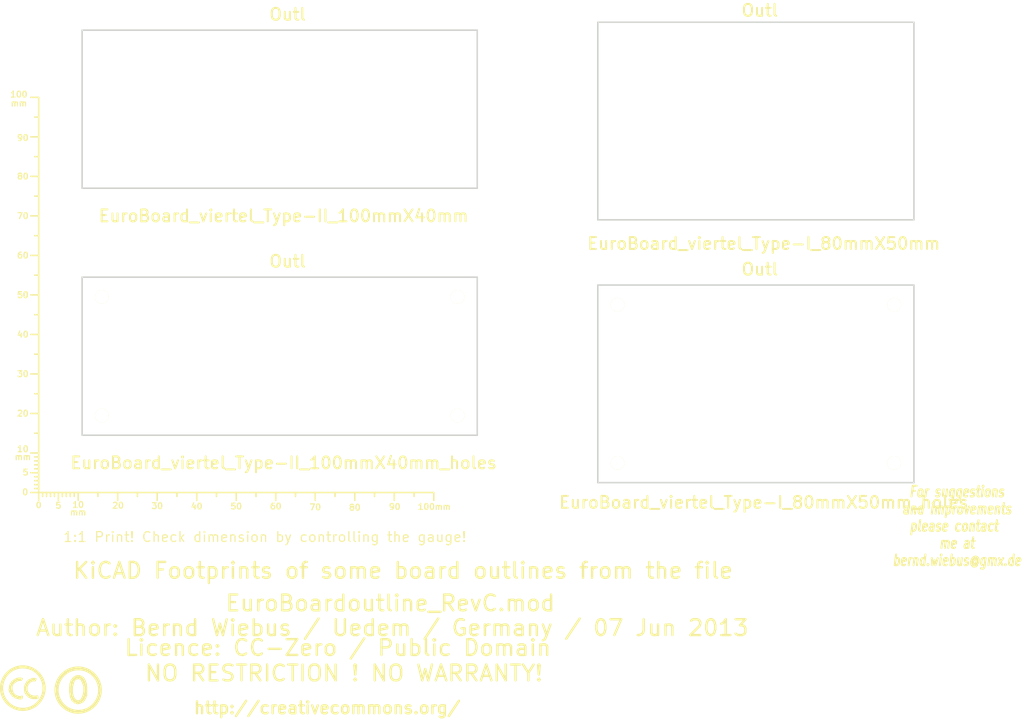
<source format=kicad_pcb>
(kicad_pcb (version 3) (host pcbnew "(2013-03-30 BZR 4007)-stable")

  (general
    (links 0)
    (no_connects 0)
    (area -16.90696 13.9963 275.720423 197.1694)
    (thickness 1.6002)
    (drawings 7)
    (tracks 0)
    (zones 0)
    (modules 7)
    (nets 1)
  )

  (page A4)
  (layers
    (15 Vorderseite signal)
    (0 Rückseite signal)
    (16 B.Adhes user)
    (17 F.Adhes user)
    (18 B.Paste user)
    (19 F.Paste user)
    (20 B.SilkS user)
    (21 F.SilkS user)
    (22 B.Mask user)
    (23 F.Mask user)
    (24 Dwgs.User user)
    (25 Cmts.User user)
    (26 Eco1.User user)
    (27 Eco2.User user)
    (28 Edge.Cuts user)
  )

  (setup
    (last_trace_width 0.2032)
    (trace_clearance 0.254)
    (zone_clearance 0.508)
    (zone_45_only no)
    (trace_min 0.2032)
    (segment_width 0.381)
    (edge_width 0.381)
    (via_size 0.889)
    (via_drill 0.635)
    (via_min_size 0.889)
    (via_min_drill 0.508)
    (uvia_size 0.508)
    (uvia_drill 0.127)
    (uvias_allowed no)
    (uvia_min_size 0.508)
    (uvia_min_drill 0.127)
    (pcb_text_width 0.3048)
    (pcb_text_size 1.524 2.032)
    (mod_edge_width 0.381)
    (mod_text_size 1.524 1.524)
    (mod_text_width 0.3048)
    (pad_size 1.524 1.524)
    (pad_drill 0.8128)
    (pad_to_mask_clearance 0.254)
    (aux_axis_origin 0 0)
    (visible_elements 7FFFFFFF)
    (pcbplotparams
      (layerselection 3178497)
      (usegerberextensions true)
      (excludeedgelayer true)
      (linewidth 60)
      (plotframeref false)
      (viasonmask false)
      (mode 1)
      (useauxorigin false)
      (hpglpennumber 1)
      (hpglpenspeed 20)
      (hpglpendiameter 15)
      (hpglpenoverlay 0)
      (psnegative false)
      (psa4output false)
      (plotreference true)
      (plotvalue true)
      (plotothertext true)
      (plotinvisibletext false)
      (padsonsilk false)
      (subtractmaskfromsilk false)
      (outputformat 1)
      (mirror false)
      (drillshape 1)
      (scaleselection 1)
      (outputdirectory ""))
  )

  (net 0 "")

  (net_class Default "Dies ist die voreingestellte Netzklasse."
    (clearance 0.254)
    (trace_width 0.2032)
    (via_dia 0.889)
    (via_drill 0.635)
    (uvia_dia 0.508)
    (uvia_drill 0.127)
    (add_net "")
  )

  (module Gauge_100mm_Type2_SilkScreenTop_RevA_Date22Jun2010 (layer Vorderseite) (tedit 4D963937) (tstamp 4D88F07A)
    (at 25 138)
    (descr "Gauge, Massstab, 100mm, SilkScreenTop, Type 2,")
    (tags "Gauge, Massstab, 100mm, SilkScreenTop, Type 2,")
    (path Gauge_100mm_Type2_SilkScreenTop_RevA_Date22Jun2010)
    (fp_text reference MSC (at 4.0005 8.99922) (layer F.SilkS) hide
      (effects (font (size 1.524 1.524) (thickness 0.3048)))
    )
    (fp_text value Gauge_100mm_Type2_SilkScreenTop_RevA_Date22Jun2010 (at 45.9994 8.99922) (layer F.SilkS) hide
      (effects (font (size 1.524 1.524) (thickness 0.3048)))
    )
    (fp_text user mm (at 9.99998 5.00126) (layer F.SilkS)
      (effects (font (size 1.524 1.524) (thickness 0.3048)))
    )
    (fp_text user mm (at -4.0005 -8.99922) (layer F.SilkS)
      (effects (font (size 1.524 1.524) (thickness 0.3048)))
    )
    (fp_text user mm (at -5.00126 -98.5012) (layer F.SilkS)
      (effects (font (size 1.524 1.524) (thickness 0.3048)))
    )
    (fp_text user 10 (at 10.00506 3.0988) (layer F.SilkS)
      (effects (font (size 1.50114 1.50114) (thickness 0.29972)))
    )
    (fp_text user 0 (at 0.00508 3.19786) (layer F.SilkS)
      (effects (font (size 1.39954 1.50114) (thickness 0.29972)))
    )
    (fp_text user 5 (at 5.0038 3.29946) (layer F.SilkS)
      (effects (font (size 1.50114 1.50114) (thickness 0.29972)))
    )
    (fp_text user 20 (at 20.1041 3.29946) (layer F.SilkS)
      (effects (font (size 1.50114 1.50114) (thickness 0.29972)))
    )
    (fp_text user 30 (at 30.00502 3.39852) (layer F.SilkS)
      (effects (font (size 1.50114 1.50114) (thickness 0.29972)))
    )
    (fp_text user 40 (at 40.005 3.50012) (layer F.SilkS)
      (effects (font (size 1.50114 1.50114) (thickness 0.29972)))
    )
    (fp_text user 50 (at 50.00498 3.50012) (layer F.SilkS)
      (effects (font (size 1.50114 1.50114) (thickness 0.29972)))
    )
    (fp_text user 60 (at 60.00496 3.50012) (layer F.SilkS)
      (effects (font (size 1.50114 1.50114) (thickness 0.29972)))
    )
    (fp_text user 70 (at 70.00494 3.70078) (layer F.SilkS)
      (effects (font (size 1.50114 1.50114) (thickness 0.29972)))
    )
    (fp_text user 80 (at 80.00492 3.79984) (layer F.SilkS)
      (effects (font (size 1.50114 1.50114) (thickness 0.29972)))
    )
    (fp_text user 90 (at 90.1065 3.60172) (layer F.SilkS)
      (effects (font (size 1.50114 1.50114) (thickness 0.29972)))
    )
    (fp_text user 100mm (at 100.10648 3.60172) (layer F.SilkS)
      (effects (font (size 1.50114 1.50114) (thickness 0.29972)))
    )
    (fp_line (start 0 -8.99922) (end -1.00076 -8.99922) (layer F.SilkS) (width 0.381))
    (fp_line (start 0 -8.001) (end -1.00076 -8.001) (layer F.SilkS) (width 0.381))
    (fp_line (start 0 -7.00024) (end -1.00076 -7.00024) (layer F.SilkS) (width 0.381))
    (fp_line (start 0 -5.99948) (end -1.00076 -5.99948) (layer F.SilkS) (width 0.381))
    (fp_line (start 0 -4.0005) (end -1.00076 -4.0005) (layer F.SilkS) (width 0.381))
    (fp_line (start 0 -2.99974) (end -1.00076 -2.99974) (layer F.SilkS) (width 0.381))
    (fp_line (start 0 -1.99898) (end -1.00076 -1.99898) (layer F.SilkS) (width 0.381))
    (fp_line (start 0 -1.00076) (end -1.00076 -1.00076) (layer F.SilkS) (width 0.381))
    (fp_line (start 0 0) (end -1.99898 0) (layer F.SilkS) (width 0.381))
    (fp_line (start 0 -5.00126) (end -1.99898 -5.00126) (layer F.SilkS) (width 0.381))
    (fp_line (start 0 -9.99998) (end -1.99898 -9.99998) (layer F.SilkS) (width 0.381))
    (fp_line (start 0 -15.00124) (end -1.00076 -15.00124) (layer F.SilkS) (width 0.381))
    (fp_line (start 0 -19.99996) (end -1.99898 -19.99996) (layer F.SilkS) (width 0.381))
    (fp_line (start 0 -25.00122) (end -1.00076 -25.00122) (layer F.SilkS) (width 0.381))
    (fp_line (start 0 -29.99994) (end -1.99898 -29.99994) (layer F.SilkS) (width 0.381))
    (fp_line (start 0 -35.0012) (end -1.00076 -35.0012) (layer F.SilkS) (width 0.381))
    (fp_line (start 0 -39.99992) (end -1.99898 -39.99992) (layer F.SilkS) (width 0.381))
    (fp_line (start 0 -45.00118) (end -1.00076 -45.00118) (layer F.SilkS) (width 0.381))
    (fp_line (start 0 -49.9999) (end -1.99898 -49.9999) (layer F.SilkS) (width 0.381))
    (fp_line (start 0 -55.00116) (end -1.00076 -55.00116) (layer F.SilkS) (width 0.381))
    (fp_line (start 0 -59.99988) (end -1.99898 -59.99988) (layer F.SilkS) (width 0.381))
    (fp_line (start 0 -65.00114) (end -1.00076 -65.00114) (layer F.SilkS) (width 0.381))
    (fp_line (start 0 -69.99986) (end -1.99898 -69.99986) (layer F.SilkS) (width 0.381))
    (fp_line (start 0 -75.00112) (end -1.00076 -75.00112) (layer F.SilkS) (width 0.381))
    (fp_line (start 0 -79.99984) (end -1.99898 -79.99984) (layer F.SilkS) (width 0.381))
    (fp_line (start 0 -85.0011) (end -1.00076 -85.0011) (layer F.SilkS) (width 0.381))
    (fp_line (start 0 -89.99982) (end -1.99898 -89.99982) (layer F.SilkS) (width 0.381))
    (fp_line (start 0 -95.00108) (end -1.00076 -95.00108) (layer F.SilkS) (width 0.381))
    (fp_line (start 0 0) (end 0 -99.9998) (layer F.SilkS) (width 0.381))
    (fp_line (start 0 -99.9998) (end -1.99898 -99.9998) (layer F.SilkS) (width 0.381))
    (fp_text user 100 (at -4.99872 -100.7491) (layer F.SilkS)
      (effects (font (size 1.50114 1.50114) (thickness 0.29972)))
    )
    (fp_text user 90 (at -4.0005 -89.7509) (layer F.SilkS)
      (effects (font (size 1.50114 1.50114) (thickness 0.29972)))
    )
    (fp_text user 80 (at -4.0005 -79.99984) (layer F.SilkS)
      (effects (font (size 1.50114 1.50114) (thickness 0.29972)))
    )
    (fp_text user 70 (at -4.0005 -69.99986) (layer F.SilkS)
      (effects (font (size 1.50114 1.50114) (thickness 0.29972)))
    )
    (fp_text user 60 (at -4.0005 -59.99988) (layer F.SilkS)
      (effects (font (size 1.50114 1.50114) (thickness 0.29972)))
    )
    (fp_text user 50 (at -4.0005 -49.9999) (layer F.SilkS)
      (effects (font (size 1.50114 1.50114) (thickness 0.34036)))
    )
    (fp_text user 40 (at -4.0005 -39.99992) (layer F.SilkS)
      (effects (font (size 1.50114 1.50114) (thickness 0.29972)))
    )
    (fp_text user 30 (at -4.0005 -29.99994) (layer F.SilkS)
      (effects (font (size 1.50114 1.50114) (thickness 0.29972)))
    )
    (fp_text user 20 (at -4.0005 -19.99996) (layer F.SilkS)
      (effects (font (size 1.50114 1.50114) (thickness 0.29972)))
    )
    (fp_line (start 95.00108 0) (end 95.00108 1.00076) (layer F.SilkS) (width 0.381))
    (fp_line (start 89.99982 0) (end 89.99982 1.99898) (layer F.SilkS) (width 0.381))
    (fp_line (start 85.0011 0) (end 85.0011 1.00076) (layer F.SilkS) (width 0.381))
    (fp_line (start 79.99984 0) (end 79.99984 1.99898) (layer F.SilkS) (width 0.381))
    (fp_line (start 75.00112 0) (end 75.00112 1.00076) (layer F.SilkS) (width 0.381))
    (fp_line (start 69.99986 0) (end 69.99986 1.99898) (layer F.SilkS) (width 0.381))
    (fp_line (start 65.00114 0) (end 65.00114 1.00076) (layer F.SilkS) (width 0.381))
    (fp_line (start 59.99988 0) (end 59.99988 1.99898) (layer F.SilkS) (width 0.381))
    (fp_line (start 55.00116 0) (end 55.00116 1.00076) (layer F.SilkS) (width 0.381))
    (fp_line (start 49.9999 0) (end 49.9999 1.99898) (layer F.SilkS) (width 0.381))
    (fp_line (start 45.00118 0) (end 45.00118 1.00076) (layer F.SilkS) (width 0.381))
    (fp_line (start 39.99992 0) (end 39.99992 1.99898) (layer F.SilkS) (width 0.381))
    (fp_line (start 35.0012 0) (end 35.0012 1.00076) (layer F.SilkS) (width 0.381))
    (fp_line (start 29.99994 0) (end 29.99994 1.99898) (layer F.SilkS) (width 0.381))
    (fp_line (start 25.00122 0) (end 25.00122 1.00076) (layer F.SilkS) (width 0.381))
    (fp_line (start 19.99996 0) (end 19.99996 1.99898) (layer F.SilkS) (width 0.381))
    (fp_line (start 15.00124 0) (end 15.00124 1.00076) (layer F.SilkS) (width 0.381))
    (fp_line (start 9.99998 0) (end 99.9998 0) (layer F.SilkS) (width 0.381))
    (fp_line (start 99.9998 0) (end 99.9998 1.99898) (layer F.SilkS) (width 0.381))
    (fp_text user 5 (at -3.302 -5.10286) (layer F.SilkS)
      (effects (font (size 1.50114 1.50114) (thickness 0.29972)))
    )
    (fp_text user 0 (at -3.4036 -0.10414) (layer F.SilkS)
      (effects (font (size 1.50114 1.50114) (thickness 0.29972)))
    )
    (fp_text user 10 (at -4.0005 -11.00074) (layer F.SilkS)
      (effects (font (size 1.50114 1.50114) (thickness 0.29972)))
    )
    (fp_line (start 8.99922 0) (end 8.99922 1.00076) (layer F.SilkS) (width 0.381))
    (fp_line (start 8.001 0) (end 8.001 1.00076) (layer F.SilkS) (width 0.381))
    (fp_line (start 7.00024 0) (end 7.00024 1.00076) (layer F.SilkS) (width 0.381))
    (fp_line (start 5.99948 0) (end 5.99948 1.00076) (layer F.SilkS) (width 0.381))
    (fp_line (start 4.0005 0) (end 4.0005 1.00076) (layer F.SilkS) (width 0.381))
    (fp_line (start 2.99974 0) (end 2.99974 1.00076) (layer F.SilkS) (width 0.381))
    (fp_line (start 1.99898 0) (end 1.99898 1.00076) (layer F.SilkS) (width 0.381))
    (fp_line (start 1.00076 0) (end 1.00076 1.00076) (layer F.SilkS) (width 0.381))
    (fp_line (start 5.00126 0) (end 5.00126 1.99898) (layer F.SilkS) (width 0.381))
    (fp_line (start 0 0) (end 0 1.99898) (layer F.SilkS) (width 0.381))
    (fp_line (start 0 0) (end 9.99998 0) (layer F.SilkS) (width 0.381))
    (fp_line (start 9.99998 0) (end 9.99998 1.99898) (layer F.SilkS) (width 0.381))
  )

  (module Symbol_CC-PublicDomain_SilkScreenTop_Big (layer Vorderseite) (tedit 515D641F) (tstamp 515F0B64)
    (at 35 188)
    (descr "Symbol, CC-PublicDomain, SilkScreen Top, Big,")
    (tags "Symbol, CC-PublicDomain, SilkScreen Top, Big,")
    (path Symbol_CC-Noncommercial_CopperTop_Big)
    (fp_text reference Sym (at 0.59944 -7.29996) (layer F.SilkS) hide
      (effects (font (size 1.524 1.524) (thickness 0.3048)))
    )
    (fp_text value Symbol_CC-PublicDomain_SilkScreenTop_Big (at 0.59944 8.001) (layer F.SilkS) hide
      (effects (font (size 1.524 1.524) (thickness 0.3048)))
    )
    (fp_circle (center 0 0) (end 5.8 -0.05) (layer F.SilkS) (width 0.381))
    (fp_circle (center 0 0) (end 5.5 0) (layer F.SilkS) (width 0.381))
    (fp_circle (center 0.05 0) (end 5.25 0) (layer F.SilkS) (width 0.381))
    (fp_line (start 1.1 -2.5) (end 1.4 -1.9) (layer F.SilkS) (width 0.381))
    (fp_line (start -1.8 1.2) (end -1.6 1.9) (layer F.SilkS) (width 0.381))
    (fp_line (start -1.6 1.9) (end -1.2 2.5) (layer F.SilkS) (width 0.381))
    (fp_line (start 0 -3) (end 0.75 -2.75) (layer F.SilkS) (width 0.381))
    (fp_line (start 0.75 -2.75) (end 1 -2.25) (layer F.SilkS) (width 0.381))
    (fp_line (start 1 -2.25) (end 1.5 -1) (layer F.SilkS) (width 0.381))
    (fp_line (start 1.5 -1) (end 1.5 -0.5) (layer F.SilkS) (width 0.381))
    (fp_line (start 1.5 -0.5) (end 1.5 0.5) (layer F.SilkS) (width 0.381))
    (fp_line (start 1.5 0.5) (end 1.25 1.5) (layer F.SilkS) (width 0.381))
    (fp_line (start 1.25 1.5) (end 0.75 2.5) (layer F.SilkS) (width 0.381))
    (fp_line (start 0.75 2.5) (end 0.25 2.75) (layer F.SilkS) (width 0.381))
    (fp_line (start 0.25 2.75) (end -0.25 2.75) (layer F.SilkS) (width 0.381))
    (fp_line (start -0.25 2.75) (end -0.75 2.5) (layer F.SilkS) (width 0.381))
    (fp_line (start -0.75 2.5) (end -1.25 1.75) (layer F.SilkS) (width 0.381))
    (fp_line (start -1.25 1.75) (end -1.5 0.75) (layer F.SilkS) (width 0.381))
    (fp_line (start -1.5 0.75) (end -1.5 -0.75) (layer F.SilkS) (width 0.381))
    (fp_line (start -1.5 -0.75) (end -1.25 -1.75) (layer F.SilkS) (width 0.381))
    (fp_line (start -1.25 -1.75) (end -1 -2.5) (layer F.SilkS) (width 0.381))
    (fp_line (start -1 -2.5) (end -0.3 -2.9) (layer F.SilkS) (width 0.381))
    (fp_line (start -0.3 -2.9) (end 0.2 -3) (layer F.SilkS) (width 0.381))
    (fp_line (start 0.2 -3) (end 0.8 -3) (layer F.SilkS) (width 0.381))
    (fp_line (start 0.8 -3) (end 1.4 -2.3) (layer F.SilkS) (width 0.381))
    (fp_line (start 1.4 -2.3) (end 1.6 -1.4) (layer F.SilkS) (width 0.381))
    (fp_line (start 1.6 -1.4) (end 1.7 -0.3) (layer F.SilkS) (width 0.381))
    (fp_line (start 1.7 -0.3) (end 1.7 0.9) (layer F.SilkS) (width 0.381))
    (fp_line (start 1.7 0.9) (end 1.4 1.8) (layer F.SilkS) (width 0.381))
    (fp_line (start 1.4 1.8) (end 1 2.7) (layer F.SilkS) (width 0.381))
    (fp_line (start 1 2.7) (end 0.5 3) (layer F.SilkS) (width 0.381))
    (fp_line (start 0.5 3) (end -0.4 3) (layer F.SilkS) (width 0.381))
    (fp_line (start -0.4 3) (end -1.3 2.3) (layer F.SilkS) (width 0.381))
    (fp_line (start -1.3 2.3) (end -1.7 1) (layer F.SilkS) (width 0.381))
    (fp_line (start -1.7 1) (end -1.8 -0.7) (layer F.SilkS) (width 0.381))
    (fp_line (start -1.8 -0.7) (end -1.4 -2.2) (layer F.SilkS) (width 0.381))
    (fp_line (start -1.4 -2.2) (end -1 -2.9) (layer F.SilkS) (width 0.381))
    (fp_line (start -1 -2.9) (end -0.2 -3.3) (layer F.SilkS) (width 0.381))
    (fp_line (start -0.2 -3.3) (end 0.7 -3.2) (layer F.SilkS) (width 0.381))
    (fp_line (start 0.7 -3.2) (end 1.3 -3.1) (layer F.SilkS) (width 0.381))
    (fp_line (start 1.3 -3.1) (end 1.7 -2.4) (layer F.SilkS) (width 0.381))
    (fp_line (start 1.7 -2.4) (end 2 -1.6) (layer F.SilkS) (width 0.381))
    (fp_line (start 2 -1.6) (end 2.1 -0.6) (layer F.SilkS) (width 0.381))
    (fp_line (start 2.1 -0.6) (end 2.1 0.3) (layer F.SilkS) (width 0.381))
    (fp_line (start 2.1 0.3) (end 2.1 1.3) (layer F.SilkS) (width 0.381))
    (fp_line (start 2.1 1.3) (end 1.9 1.8) (layer F.SilkS) (width 0.381))
    (fp_line (start 1.9 1.8) (end 1.5 2.6) (layer F.SilkS) (width 0.381))
    (fp_line (start 1.5 2.6) (end 1.1 3) (layer F.SilkS) (width 0.381))
    (fp_line (start 1.1 3) (end 0.4 3.3) (layer F.SilkS) (width 0.381))
    (fp_line (start 0.4 3.3) (end -0.1 3.4) (layer F.SilkS) (width 0.381))
    (fp_line (start -0.1 3.4) (end -0.8 3.2) (layer F.SilkS) (width 0.381))
    (fp_line (start -0.8 3.2) (end -1.5 2.6) (layer F.SilkS) (width 0.381))
    (fp_line (start -1.5 2.6) (end -1.9 1.7) (layer F.SilkS) (width 0.381))
    (fp_line (start -1.9 1.7) (end -2.1 0.4) (layer F.SilkS) (width 0.381))
    (fp_line (start -2.1 0.4) (end -2.1 -0.6) (layer F.SilkS) (width 0.381))
    (fp_line (start -2.1 -0.6) (end -2 -1.6) (layer F.SilkS) (width 0.381))
    (fp_line (start -2 -1.6) (end -1.7 -2.4) (layer F.SilkS) (width 0.381))
    (fp_line (start -1.7 -2.4) (end -1.2 -3.1) (layer F.SilkS) (width 0.381))
    (fp_line (start -1.2 -3.1) (end -0.4 -3.6) (layer F.SilkS) (width 0.381))
    (fp_line (start -0.4 -3.6) (end 0.4 -3.6) (layer F.SilkS) (width 0.381))
    (fp_line (start 0.4 -3.6) (end 1.1 -3.2) (layer F.SilkS) (width 0.381))
    (fp_line (start 1.1 -3.2) (end 1.1 -2.9) (layer F.SilkS) (width 0.381))
    (fp_line (start 1.1 -2.9) (end 1.8 -1.5) (layer F.SilkS) (width 0.381))
    (fp_line (start 1.8 -1.5) (end 1.8 -0.4) (layer F.SilkS) (width 0.381))
    (fp_line (start 1.8 -0.4) (end 1.8 1.1) (layer F.SilkS) (width 0.381))
    (fp_line (start 1.8 1.1) (end 1.2 2.6) (layer F.SilkS) (width 0.381))
    (fp_line (start 1.2 2.6) (end 0.2 3.2) (layer F.SilkS) (width 0.381))
    (fp_line (start 0.2 3.2) (end -0.5 3.2) (layer F.SilkS) (width 0.381))
    (fp_line (start -0.5 3.2) (end -1.1 2.7) (layer F.SilkS) (width 0.381))
    (fp_line (start -1.1 2.7) (end -1.9 0.6) (layer F.SilkS) (width 0.381))
    (fp_line (start -1.9 0.6) (end -1.7 -1.9) (layer F.SilkS) (width 0.381))
  )

  (module Symbol_CreativeCommons_SilkScreenTop_Type2_Big (layer Vorderseite) (tedit 515D640C) (tstamp 515F46B2)
    (at 21 187.5)
    (descr "Symbol, Creative Commons, SilkScreen Top, Type 2, Big,")
    (tags "Symbol, Creative Commons, SilkScreen Top, Type 2, Big,")
    (path Symbol_CreativeCommons_CopperTop_Type2_Big)
    (fp_text reference Sym (at 0.59944 -7.29996) (layer F.SilkS) hide
      (effects (font (size 1.524 1.524) (thickness 0.3048)))
    )
    (fp_text value Symbol_CreativeCommons_Typ2_SilkScreenTop_Big (at 0.59944 8.001) (layer F.SilkS) hide
      (effects (font (size 1.524 1.524) (thickness 0.3048)))
    )
    (fp_line (start -0.70104 2.70002) (end -0.29972 2.60096) (layer F.SilkS) (width 0.381))
    (fp_line (start -0.29972 2.60096) (end -0.20066 2.10058) (layer F.SilkS) (width 0.381))
    (fp_line (start -2.49936 -1.69926) (end -2.70002 -1.6002) (layer F.SilkS) (width 0.381))
    (fp_line (start -2.70002 -1.6002) (end -3.0988 -1.00076) (layer F.SilkS) (width 0.381))
    (fp_line (start -3.0988 -1.00076) (end -3.29946 -0.50038) (layer F.SilkS) (width 0.381))
    (fp_line (start -3.29946 -0.50038) (end -3.40106 0.39878) (layer F.SilkS) (width 0.381))
    (fp_line (start -3.40106 0.39878) (end -3.29946 0.89916) (layer F.SilkS) (width 0.381))
    (fp_line (start -0.19812 2.4003) (end -0.29718 2.59842) (layer F.SilkS) (width 0.381))
    (fp_line (start 3.70078 2.10058) (end 3.79984 2.4003) (layer F.SilkS) (width 0.381))
    (fp_line (start 2.99974 -2.4003) (end 3.29946 -2.30124) (layer F.SilkS) (width 0.381))
    (fp_line (start 3.29946 -2.30124) (end 3.0988 -1.99898) (layer F.SilkS) (width 0.381))
    (fp_line (start 0 -5.40004) (end -0.50038 -5.40004) (layer F.SilkS) (width 0.381))
    (fp_line (start -0.50038 -5.40004) (end -1.30048 -5.10032) (layer F.SilkS) (width 0.381))
    (fp_line (start -1.30048 -5.10032) (end -1.99898 -4.89966) (layer F.SilkS) (width 0.381))
    (fp_line (start -1.99898 -4.89966) (end -2.70002 -4.699) (layer F.SilkS) (width 0.381))
    (fp_line (start -2.70002 -4.699) (end -3.29946 -4.20116) (layer F.SilkS) (width 0.381))
    (fp_line (start -3.29946 -4.20116) (end -4.0005 -3.59918) (layer F.SilkS) (width 0.381))
    (fp_line (start -4.0005 -3.59918) (end -4.50088 -2.99974) (layer F.SilkS) (width 0.381))
    (fp_line (start -4.50088 -2.99974) (end -5.00126 -2.10058) (layer F.SilkS) (width 0.381))
    (fp_line (start -5.00126 -2.10058) (end -5.30098 -1.09982) (layer F.SilkS) (width 0.381))
    (fp_line (start -5.30098 -1.09982) (end -5.40004 0.09906) (layer F.SilkS) (width 0.381))
    (fp_line (start -5.40004 0.09906) (end -5.19938 1.30048) (layer F.SilkS) (width 0.381))
    (fp_line (start -5.19938 1.30048) (end -4.8006 2.4003) (layer F.SilkS) (width 0.381))
    (fp_line (start -4.8006 2.4003) (end -3.79984 3.8989) (layer F.SilkS) (width 0.381))
    (fp_line (start -3.79984 3.8989) (end -2.60096 4.8006) (layer F.SilkS) (width 0.381))
    (fp_line (start -2.60096 4.8006) (end -1.30048 5.30098) (layer F.SilkS) (width 0.381))
    (fp_line (start -1.30048 5.30098) (end 0.09906 5.30098) (layer F.SilkS) (width 0.381))
    (fp_line (start 0.09906 5.30098) (end 1.6002 5.19938) (layer F.SilkS) (width 0.381))
    (fp_line (start 1.6002 5.19938) (end 2.60096 4.699) (layer F.SilkS) (width 0.381))
    (fp_line (start 2.60096 4.699) (end 4.20116 3.40106) (layer F.SilkS) (width 0.381))
    (fp_line (start 4.20116 3.40106) (end 5.00126 1.80086) (layer F.SilkS) (width 0.381))
    (fp_line (start 5.00126 1.80086) (end 5.40004 0.29972) (layer F.SilkS) (width 0.381))
    (fp_line (start 5.40004 0.29972) (end 5.19938 -1.39954) (layer F.SilkS) (width 0.381))
    (fp_line (start 5.19938 -1.39954) (end 4.699 -2.49936) (layer F.SilkS) (width 0.381))
    (fp_line (start 4.699 -2.49936) (end 3.40106 -4.09956) (layer F.SilkS) (width 0.381))
    (fp_line (start 3.40106 -4.09956) (end 2.4003 -4.8006) (layer F.SilkS) (width 0.381))
    (fp_line (start 2.4003 -4.8006) (end 1.39954 -5.19938) (layer F.SilkS) (width 0.381))
    (fp_line (start 1.39954 -5.19938) (end 0 -5.30098) (layer F.SilkS) (width 0.381))
    (fp_line (start 0.60198 -0.70104) (end 0.50292 -0.20066) (layer F.SilkS) (width 0.381))
    (fp_line (start 0.50292 -0.20066) (end 0.50292 0.49784) (layer F.SilkS) (width 0.381))
    (fp_line (start 0.50292 0.49784) (end 0.60198 1.09982) (layer F.SilkS) (width 0.381))
    (fp_line (start 0.60198 1.09982) (end 1.00076 1.69926) (layer F.SilkS) (width 0.381))
    (fp_line (start 1.00076 1.69926) (end 1.50114 2.19964) (layer F.SilkS) (width 0.381))
    (fp_line (start 1.50114 2.19964) (end 2.10058 2.49936) (layer F.SilkS) (width 0.381))
    (fp_line (start 2.10058 2.49936) (end 2.60096 2.59842) (layer F.SilkS) (width 0.381))
    (fp_line (start 2.60096 2.59842) (end 3.00228 2.59842) (layer F.SilkS) (width 0.381))
    (fp_line (start 3.00228 2.59842) (end 3.40106 2.59842) (layer F.SilkS) (width 0.381))
    (fp_line (start 3.40106 2.59842) (end 3.80238 2.49936) (layer F.SilkS) (width 0.381))
    (fp_line (start 3.80238 2.49936) (end 3.70078 2.2987) (layer F.SilkS) (width 0.381))
    (fp_line (start 3.70078 2.2987) (end 2.80162 2.4003) (layer F.SilkS) (width 0.381))
    (fp_line (start 2.80162 2.4003) (end 1.80086 2.09804) (layer F.SilkS) (width 0.381))
    (fp_line (start 1.80086 2.09804) (end 1.20142 1.6002) (layer F.SilkS) (width 0.381))
    (fp_line (start 1.20142 1.6002) (end 0.80264 0.6985) (layer F.SilkS) (width 0.381))
    (fp_line (start 0.80264 0.6985) (end 0.70104 -0.29972) (layer F.SilkS) (width 0.381))
    (fp_line (start 0.70104 -0.29972) (end 1.00076 -1.00076) (layer F.SilkS) (width 0.381))
    (fp_line (start 1.00076 -1.00076) (end 1.60274 -1.7018) (layer F.SilkS) (width 0.381))
    (fp_line (start 1.60274 -1.7018) (end 2.30124 -2.10058) (layer F.SilkS) (width 0.381))
    (fp_line (start 2.30124 -2.10058) (end 3.00228 -2.10058) (layer F.SilkS) (width 0.381))
    (fp_line (start 3.00228 -2.10058) (end 3.10134 -1.89992) (layer F.SilkS) (width 0.381))
    (fp_line (start 3.10134 -1.89992) (end 2.5019 -1.89992) (layer F.SilkS) (width 0.381))
    (fp_line (start 2.5019 -1.89992) (end 1.80086 -1.6002) (layer F.SilkS) (width 0.381))
    (fp_line (start 1.80086 -1.6002) (end 1.30048 -1.00076) (layer F.SilkS) (width 0.381))
    (fp_line (start 1.30048 -1.00076) (end 1.00076 -0.40132) (layer F.SilkS) (width 0.381))
    (fp_line (start 1.00076 -0.40132) (end 1.00076 0.09906) (layer F.SilkS) (width 0.381))
    (fp_line (start 1.00076 0.09906) (end 1.00076 0.6985) (layer F.SilkS) (width 0.381))
    (fp_line (start 1.00076 0.6985) (end 1.30048 1.19888) (layer F.SilkS) (width 0.381))
    (fp_line (start 1.30048 1.19888) (end 1.7018 1.69926) (layer F.SilkS) (width 0.381))
    (fp_line (start 1.7018 1.69926) (end 2.30124 1.99898) (layer F.SilkS) (width 0.381))
    (fp_line (start 2.30124 1.99898) (end 2.90068 2.09804) (layer F.SilkS) (width 0.381))
    (fp_line (start 2.90068 2.09804) (end 3.40106 2.09804) (layer F.SilkS) (width 0.381))
    (fp_line (start 3.40106 2.09804) (end 3.70078 1.99898) (layer F.SilkS) (width 0.381))
    (fp_line (start 3.00228 -2.4003) (end 2.40284 -2.4003) (layer F.SilkS) (width 0.381))
    (fp_line (start 2.40284 -2.4003) (end 2.00152 -2.20218) (layer F.SilkS) (width 0.381))
    (fp_line (start 2.00152 -2.20218) (end 1.50114 -2.00152) (layer F.SilkS) (width 0.381))
    (fp_line (start 1.50114 -2.00152) (end 1.10236 -1.6002) (layer F.SilkS) (width 0.381))
    (fp_line (start 1.10236 -1.6002) (end 0.80264 -1.09982) (layer F.SilkS) (width 0.381))
    (fp_line (start 0.80264 -1.09982) (end 0.60198 -0.70104) (layer F.SilkS) (width 0.381))
    (fp_line (start -0.39878 -1.99898) (end -0.89916 -1.99898) (layer F.SilkS) (width 0.381))
    (fp_line (start -0.89916 -1.99898) (end -1.39954 -1.89738) (layer F.SilkS) (width 0.381))
    (fp_line (start -1.39954 -1.89738) (end -1.89992 -1.59766) (layer F.SilkS) (width 0.381))
    (fp_line (start -1.89992 -1.59766) (end -2.4003 -1.19888) (layer F.SilkS) (width 0.381))
    (fp_line (start -2.4003 -1.30048) (end -2.70002 -0.8001) (layer F.SilkS) (width 0.381))
    (fp_line (start -2.70002 -0.8001) (end -2.79908 -0.29972) (layer F.SilkS) (width 0.381))
    (fp_line (start -2.79908 -0.29972) (end -2.79908 0.20066) (layer F.SilkS) (width 0.381))
    (fp_line (start -2.79908 0.20066) (end -2.59842 1.00076) (layer F.SilkS) (width 0.381))
    (fp_line (start -2.69748 1.00076) (end -2.39776 1.39954) (layer F.SilkS) (width 0.381))
    (fp_line (start -2.29616 1.4986) (end -1.79578 1.89992) (layer F.SilkS) (width 0.381))
    (fp_line (start -1.79578 1.89992) (end -1.29794 2.09804) (layer F.SilkS) (width 0.381))
    (fp_line (start -1.29794 2.09804) (end -0.89662 2.19964) (layer F.SilkS) (width 0.381))
    (fp_line (start -0.89662 2.19964) (end -0.49784 2.19964) (layer F.SilkS) (width 0.381))
    (fp_line (start -0.49784 2.19964) (end -0.19812 2.09804) (layer F.SilkS) (width 0.381))
    (fp_line (start -0.19812 2.09804) (end -0.29718 2.4003) (layer F.SilkS) (width 0.381))
    (fp_line (start -0.29718 2.4003) (end -0.89662 2.49936) (layer F.SilkS) (width 0.381))
    (fp_line (start -0.89662 2.49936) (end -1.59766 2.2987) (layer F.SilkS) (width 0.381))
    (fp_line (start -1.59766 2.2987) (end -2.29616 1.79832) (layer F.SilkS) (width 0.381))
    (fp_line (start -2.29616 1.79832) (end -2.79654 1.29794) (layer F.SilkS) (width 0.381))
    (fp_line (start -2.79908 1.39954) (end -2.99974 0.70104) (layer F.SilkS) (width 0.381))
    (fp_line (start -2.99974 0.70104) (end -3.0988 0) (layer F.SilkS) (width 0.381))
    (fp_line (start -3.0988 0) (end -2.99974 -0.59944) (layer F.SilkS) (width 0.381))
    (fp_line (start -2.99974 -0.8001) (end -2.70002 -1.30048) (layer F.SilkS) (width 0.381))
    (fp_line (start -2.70002 -1.09982) (end -2.19964 -1.6002) (layer F.SilkS) (width 0.381))
    (fp_line (start -2.19964 -1.69926) (end -1.69926 -1.99898) (layer F.SilkS) (width 0.381))
    (fp_line (start -1.69926 -1.99898) (end -1.19888 -2.19964) (layer F.SilkS) (width 0.381))
    (fp_line (start -1.19888 -2.19964) (end -0.6985 -2.19964) (layer F.SilkS) (width 0.381))
    (fp_line (start -0.6985 -2.19964) (end -0.29972 -2.19964) (layer F.SilkS) (width 0.381))
    (fp_line (start -0.29972 -2.19964) (end -0.20066 -2.39776) (layer F.SilkS) (width 0.381))
    (fp_line (start -0.20066 -2.39776) (end -0.59944 -2.49936) (layer F.SilkS) (width 0.381))
    (fp_line (start -0.59944 -2.49936) (end -1.00076 -2.49936) (layer F.SilkS) (width 0.381))
    (fp_line (start -1.00076 -2.49936) (end -1.4986 -2.39776) (layer F.SilkS) (width 0.381))
    (fp_line (start -1.4986 -2.39776) (end -2.10058 -2.09804) (layer F.SilkS) (width 0.381))
    (fp_line (start -2.10058 -2.09804) (end -2.59842 -1.69926) (layer F.SilkS) (width 0.381))
    (fp_line (start -2.59842 -1.6002) (end -3.0988 -0.89916) (layer F.SilkS) (width 0.381))
    (fp_line (start -3.0988 -0.89916) (end -3.29946 -0.29972) (layer F.SilkS) (width 0.381))
    (fp_line (start -3.29946 -0.29972) (end -3.29946 0.40132) (layer F.SilkS) (width 0.381))
    (fp_line (start -3.29946 0.40132) (end -3.2004 1.00076) (layer F.SilkS) (width 0.381))
    (fp_line (start -3.29946 0.8001) (end -2.99974 1.39954) (layer F.SilkS) (width 0.381))
    (fp_line (start -2.89814 1.4986) (end -2.49682 1.99898) (layer F.SilkS) (width 0.381))
    (fp_line (start -2.49682 1.99898) (end -1.89738 2.4003) (layer F.SilkS) (width 0.381))
    (fp_line (start -1.89738 2.4003) (end -1.19634 2.59842) (layer F.SilkS) (width 0.381))
    (fp_line (start -1.19634 2.59842) (end -0.69596 2.70002) (layer F.SilkS) (width 0.381))
    (fp_line (start -2.9972 1.19888) (end -2.59842 1.19888) (layer F.SilkS) (width 0.381))
    (fp_circle (center 0 0) (end 5.08 1.016) (layer F.SilkS) (width 0.381))
    (fp_circle (center 0 0) (end 5.588 0) (layer F.SilkS) (width 0.381))
  )

  (module EuroBoard_viertel_Type-II_100mmX40mm (layer Vorderseite) (tedit 51AE1CA9) (tstamp 51AE2AEA)
    (at 36 61)
    (descr "Outline, Eurocard 1/4, Type I, 100x40mm,")
    (tags "Outline, Eurocard 1/4, Type II, 100x40mm,")
    (fp_text reference Outl (at 51.99888 -44.00042) (layer F.SilkS)
      (effects (font (size 2.99974 2.99974) (thickness 0.50038)))
    )
    (fp_text value EuroBoard_viertel_Type-II_100mmX40mm (at 51.00066 7.00024) (layer F.SilkS)
      (effects (font (size 3.00228 3.00228) (thickness 0.50038)))
    )
    (fp_line (start 0 0) (end 99.9998 0) (layer Edge.Cuts) (width 0.381))
    (fp_line (start 99.9998 0) (end 99.9998 -39.99992) (layer Edge.Cuts) (width 0.381))
    (fp_line (start 99.9998 -39.99992) (end 0 -39.99992) (layer Edge.Cuts) (width 0.381))
    (fp_line (start 0 -39.99992) (end 0 0) (layer Edge.Cuts) (width 0.381))
  )

  (module EuroBoard_viertel_Type-I_80mmX50mm (layer Vorderseite) (tedit 51AE1C9F) (tstamp 51AE2C7C)
    (at 166.5 69)
    (descr "Outline, Eurocard 1/4, Type I,  80x50mm,")
    (tags "Outline, Eurocard 1/4, Type I, 80x50mm,")
    (fp_text reference Outl (at 41.00068 -52.99964) (layer F.SilkS)
      (effects (font (size 2.99974 2.99974) (thickness 0.50038)))
    )
    (fp_text value EuroBoard_viertel_Type-I_80mmX50mm (at 41.9989 5.99948) (layer F.SilkS)
      (effects (font (size 3.00228 3.00228) (thickness 0.50038)))
    )
    (fp_line (start 0 0) (end 0 -49.9999) (layer Edge.Cuts) (width 0.381))
    (fp_line (start 0 -49.9999) (end 79.99984 -49.9999) (layer Edge.Cuts) (width 0.381))
    (fp_line (start 79.99984 -49.9999) (end 79.99984 0) (layer Edge.Cuts) (width 0.381))
    (fp_line (start 79.99984 0) (end 0 0) (layer Edge.Cuts) (width 0.381))
  )

  (module EuroBoard_viertel_Type-II_100mmX40mm_holes (layer Vorderseite) (tedit 51B1A1E2) (tstamp 51B1A5D2)
    (at 36 123.5)
    (descr "Outline, Eurocard 1/4, Type I, 100x40mm, with holes 3,5mm,")
    (tags "Outline, Eurocard 1/4, Type II, 100x40mm, with holes 3,5mm,")
    (fp_text reference Outl (at 51.99888 -44.00042) (layer F.SilkS)
      (effects (font (size 2.99974 2.99974) (thickness 0.50038)))
    )
    (fp_text value EuroBoard_viertel_Type-II_100mmX40mm_holes (at 51.00066 7.00024) (layer F.SilkS)
      (effects (font (size 3.00228 3.00228) (thickness 0.50038)))
    )
    (fp_line (start 0 0) (end 99.9998 0) (layer Edge.Cuts) (width 0.381))
    (fp_line (start 99.9998 0) (end 99.9998 -39.99992) (layer Edge.Cuts) (width 0.381))
    (fp_line (start 99.9998 -39.99992) (end 0 -39.99992) (layer Edge.Cuts) (width 0.381))
    (fp_line (start 0 -39.99992) (end 0 0) (layer Edge.Cuts) (width 0.381))
    (pad "" np_thru_hole circle (at 5.00126 -5.00126) (size 3.50012 3.50012) (drill 3.50012)
      (layers *.Cu *.Mask F.SilkS)
    )
    (pad "" np_thru_hole circle (at 5.00126 -35.0012) (size 3.50012 3.50012) (drill 3.50012)
      (layers *.Cu *.Mask F.SilkS)
    )
    (pad "" np_thru_hole circle (at 95.00108 -35.0012) (size 3.50012 3.50012) (drill 3.50012)
      (layers *.Cu *.Mask F.SilkS)
    )
    (pad "" np_thru_hole circle (at 95.00108 -5.00126) (size 3.50012 3.50012) (drill 3.50012)
      (layers *.Cu *.Mask F.SilkS)
    )
  )

  (module EuroBoard_viertel_Type-I_80mmX50mm_holes (layer Vorderseite) (tedit 51B1A228) (tstamp 51B1A6D6)
    (at 166.5 135.5)
    (descr "Outline, Eurocard 1/4, Type I,  80x50mm, with holes 3,5mm,")
    (tags "Outline, Eurocard 1/4, Type I, 80x50mm, with holes 3,5mm,")
    (fp_text reference Outl (at 41.00068 -54.0004) (layer F.SilkS)
      (effects (font (size 2.99974 2.99974) (thickness 0.50038)))
    )
    (fp_text value EuroBoard_viertel_Type-I_80mmX50mm_holes (at 41.9989 5.00126) (layer F.SilkS)
      (effects (font (size 3.00228 3.00228) (thickness 0.50038)))
    )
    (fp_line (start 0 0) (end 0 -49.9999) (layer Edge.Cuts) (width 0.381))
    (fp_line (start 0 -49.9999) (end 79.99984 -49.9999) (layer Edge.Cuts) (width 0.381))
    (fp_line (start 79.99984 -49.9999) (end 79.99984 0) (layer Edge.Cuts) (width 0.381))
    (fp_line (start 79.99984 0) (end 0 0) (layer Edge.Cuts) (width 0.381))
    (pad "" np_thru_hole circle (at 5.00126 -5.00126) (size 3.50012 3.50012) (drill 3.50012)
      (layers *.Cu *.Mask F.SilkS)
    )
    (pad "" np_thru_hole circle (at 5.00126 -45.00118) (size 3.50012 3.50012) (drill 3.50012)
      (layers *.Cu *.Mask F.SilkS)
    )
    (pad "" np_thru_hole circle (at 75.00112 -45.00118) (size 3.50012 3.50012) (drill 3.50012)
      (layers *.Cu *.Mask F.SilkS)
    )
    (pad "" np_thru_hole circle (at 75.00112 -5.00126) (size 3.50012 3.50012) (drill 3.50012)
      (layers *.Cu *.Mask F.SilkS)
    )
  )

  (gr_text http://creativecommons.org/ (at 98 192.5) (layer F.SilkS)
    (effects (font (size 3 3) (thickness 0.6)))
  )
  (gr_text "For suggestions\nand improvements\nplease contact \nme at\nbernd.wiebus@gmx.de" (at 257.41884 146.4691) (layer F.SilkS)
    (effects (font (size 2.70002 1.99898) (thickness 0.50038) italic))
  )
  (gr_text "1:1 Print! Check dimension by controlling the gauge!" (at 82.24882 149.25014) (layer F.SilkS)
    (effects (font (size 2.49936 2.49936) (thickness 0.29972)))
  )
  (gr_text "Licence: CC-Zero / Public Domain \nNO RESTRICTION ! NO WARRANTY!" (at 102.2501 180.50064) (layer F.SilkS)
    (effects (font (size 4.0005 4.0005) (thickness 0.59944)))
  )
  (gr_text "Author: Bernd Wiebus / Uedem / Germany / 07 Jun 2013" (at 114.50012 172.24958) (layer F.SilkS)
    (effects (font (size 4.0005 4.0005) (thickness 0.59944)))
  )
  (gr_text EuroBoardoutline_RevC.mod (at 114.00028 165.9989) (layer F.SilkS)
    (effects (font (size 4.0005 4.0005) (thickness 0.59944)))
  )
  (gr_text "KiCAD Footprints of some board outlines from the file " (at 118.75008 157.74898) (layer F.SilkS)
    (effects (font (size 4.0005 4.0005) (thickness 0.59944)))
  )

)

</source>
